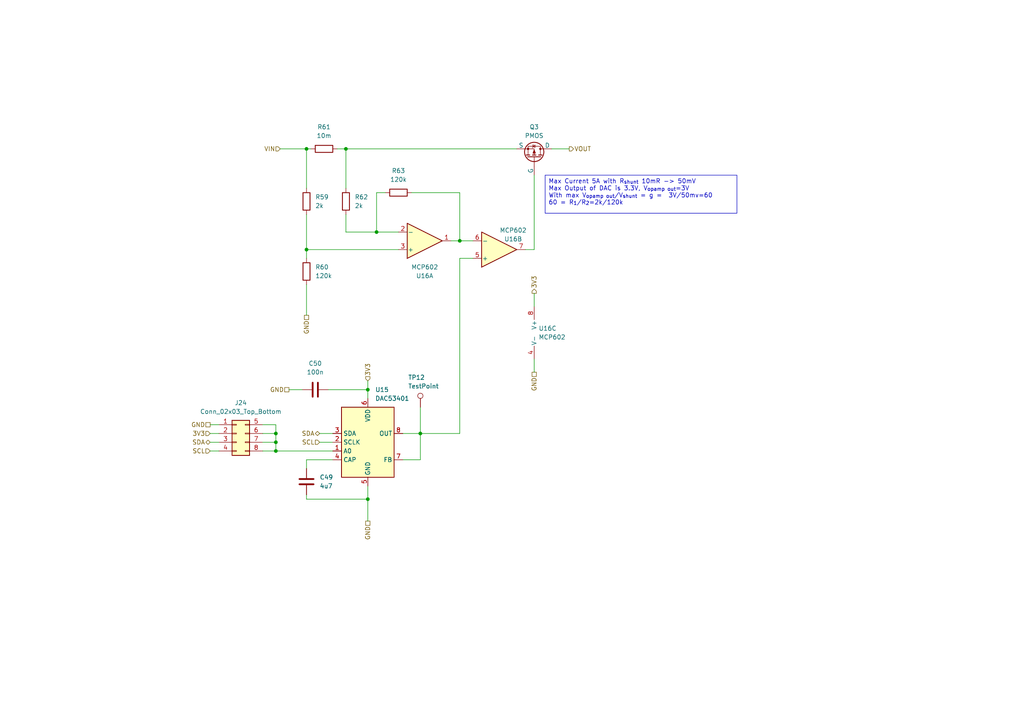
<source format=kicad_sch>
(kicad_sch (version 20250114) (generator "eeschema") (generator_version "9.0")
  (paper "A4")
  (lib_symbols
    (symbol "Amplifier_Operational:MCP602" (pin_names (offset 0.127))
      (property "Reference" "U" (at 0 5.08 0))
      (property "Value" "MCP602" (at 0 -5.08 0))
      (symbol "MCP602_1_1"
        (polyline (pts (xy -5.08 5.08) (xy 5.08 0) (xy -5.08 -5.08) (xy -5.08 5.08)) (stroke (width 0.254)) (fill (type background)))
        (pin input line (at -7.62 2.54 0) (length 2.54) (name "+") (number "3"))
        (pin input line (at -7.62 -2.54 0) (length 2.54) (name "-") (number "2"))
        (pin output line (at 7.62 0 180) (length 2.54) (name "~") (number "1"))
      )
      (symbol "MCP602_2_1"
        (polyline (pts (xy -5.08 5.08) (xy 5.08 0) (xy -5.08 -5.08) (xy -5.08 5.08)) (stroke (width 0.254)) (fill (type background)))
        (pin input line (at -7.62 2.54 0) (length 2.54) (name "+") (number "5"))
        (pin input line (at -7.62 -2.54 0) (length 2.54) (name "-") (number "6"))
        (pin output line (at 7.62 0 180) (length 2.54) (name "~") (number "7"))
      )
      (symbol "MCP602_3_1"
        (pin power_in line (at -2.54 7.62 270) (length 3.81) (name "V+") (number "8"))
        (pin power_in line (at -2.54 -7.62 90) (length 3.81) (name "V-") (number "4"))
      )
    )
    (symbol "Connector:TestPoint" (pin_numbers (hide yes)) (pin_names (offset 0.762) (hide yes))
      (property "Reference" "TP" (at 0 6.858 0))
      (property "Value" "TestPoint" (at 0 5.08 0))
      (symbol "TestPoint_0_1"
        (circle (center 0 3.302) (radius 0.762))
      )
      (symbol "TestPoint_1_1"
        (pin passive line (at 0 0 90) (length 2.54) (name "1") (number "1"))
      )
    )
    (symbol "Connector_Generic:Conn_02x04_Top_Bottom" (pin_names (offset 1.016) (hide yes))
      (property "Reference" "J" (at 1.27 5.08 0))
      (property "Value" "Conn_02x04_Top_Bottom" (at 1.27 -7.62 0))
      (symbol "Conn_02x04_Top_Bottom_1_1"
        (rectangle (start -1.27 3.81) (end 3.81 -6.35) (stroke (width 0.254)) (fill (type background)))
        (rectangle (start -1.27 2.667) (end 0 2.413) (stroke (width 0.1524)))
        (rectangle (start -1.27 0.127) (end 0 -0.127) (stroke (width 0.1524)))
        (rectangle (start -1.27 -2.413) (end 0 -2.667) (stroke (width 0.1524)))
        (rectangle (start -1.27 -4.953) (end 0 -5.207) (stroke (width 0.1524)))
        (rectangle (start 3.81 2.667) (end 2.54 2.413) (stroke (width 0.1524)))
        (rectangle (start 3.81 0.127) (end 2.54 -0.127) (stroke (width 0.1524)))
        (rectangle (start 3.81 -2.413) (end 2.54 -2.667) (stroke (width 0.1524)))
        (rectangle (start 3.81 -4.953) (end 2.54 -5.207) (stroke (width 0.1524)))
        (pin passive line (at -5.08 2.54 0) (length 3.81) (name "Pin_1") (number "1"))
        (pin passive line (at -5.08 0 0) (length 3.81) (name "Pin_2") (number "2"))
        (pin passive line (at -5.08 -2.54 0) (length 3.81) (name "Pin_3") (number "3"))
        (pin passive line (at -5.08 -5.08 0) (length 3.81) (name "Pin_4") (number "4"))
        (pin passive line (at 7.62 2.54 180) (length 3.81) (name "Pin_5") (number "5"))
        (pin passive line (at 7.62 0 180) (length 3.81) (name "Pin_6") (number "6"))
        (pin passive line (at 7.62 -2.54 180) (length 3.81) (name "Pin_7") (number "7"))
        (pin passive line (at 7.62 -5.08 180) (length 3.81) (name "Pin_8") (number "8"))
      )
    )
    (symbol "Device:C" (pin_numbers (hide yes)) (pin_names (offset 0.254))
      (property "Reference" "C" (at 0.635 2.54 0))
      (property "Value" "C" (at 0.635 -2.54 0))
      (symbol "C_0_1"
        (polyline (pts (xy -2.032 0.762) (xy 2.032 0.762)) (stroke (width 0.508)))
        (polyline (pts (xy -2.032 -0.762) (xy 2.032 -0.762)) (stroke (width 0.508)))
      )
      (symbol "C_1_1"
        (pin passive line (at 0 3.81 270) (length 2.794) (name "~") (number "1"))
        (pin passive line (at 0 -3.81 90) (length 2.794) (name "~") (number "2"))
      )
    )
    (symbol "Device:R" (pin_numbers (hide yes)) (pin_names (offset 0))
      (property "Reference" "R" (at 2.032 0 90))
      (property "Value" "R" (at 0 0 90))
      (symbol "R_0_1"
        (rectangle (start -1.016 -2.54) (end 1.016 2.54) (stroke (width 0.254)))
      )
      (symbol "R_1_1"
        (pin passive line (at 0 3.81 270) (length 1.27) (name "~") (number "1"))
        (pin passive line (at 0 -3.81 90) (length 1.27) (name "~") (number "2"))
      )
    )
    (symbol "Prj_DAC:DAC53401"
      (property "Reference" "U" (at -2.54 1.27 0))
      (property "Value" "DAC53401" (at -2.54 1.27 0))
      (symbol "DAC53401_0_1"
        (rectangle (start -7.62 0) (end 7.62 -20.32) (stroke (width 0.254)) (fill (type background)))
      )
      (symbol "DAC53401_1_1"
        (pin input line (at -10.16 -7.62 0) (length 2.54) (name "SDA") (number "3"))
        (pin input line (at -10.16 -10.16 0) (length 2.54) (name "SCLK") (number "2"))
        (pin input line (at -10.16 -12.7 0) (length 2.54) (name "A0") (number "1"))
        (pin power_in line (at -10.16 -15.24 0) (length 2.54) (name "CAP") (number "4"))
        (pin power_in line (at 0 2.54 270) (length 2.54) (name "VDD") (number "6"))
        (pin power_in line (at 0 -22.86 90) (length 2.54) (name "GND") (number "5"))
        (pin output line (at 10.16 -7.62 180) (length 2.54) (name "OUT") (number "8"))
        (pin input line (at 10.16 -15.24 180) (length 2.54) (name "FB") (number "7"))
      )
    )
    (symbol "Simulation_SPICE:PMOS" (pin_numbers (hide yes)) (pin_names (offset 0))
      (property "Reference" "Q" (at 5.08 1.27 0))
      (property "Value" "PMOS" (at 5.08 -1.27 0))
      (symbol "PMOS_0_1"
        (polyline (pts (xy 0.254 1.905) (xy 0.254 -1.905)) (stroke (width 0.254)))
        (polyline (pts (xy 0.254 0) (xy -2.54 0)))
        (polyline (pts (xy 0.762 2.286) (xy 0.762 1.27)) (stroke (width 0.254)))
        (polyline (pts (xy 0.762 1.778) (xy 3.302 1.778) (xy 3.302 -1.778) (xy 0.762 -1.778)))
        (polyline (pts (xy 0.762 0.508) (xy 0.762 -0.508)) (stroke (width 0.254)))
        (polyline (pts (xy 0.762 -1.27) (xy 0.762 -2.286)) (stroke (width 0.254)))
        (circle (center 1.651 0) (radius 2.794) (stroke (width 0.254)))
        (polyline (pts (xy 2.286 0) (xy 1.27 0.381) (xy 1.27 -0.381) (xy 2.286 0)) (fill (type outline)))
        (polyline (pts (xy 2.54 2.54) (xy 2.54 1.778)))
        (circle (center 2.54 1.778) (radius 0.254) (fill (type outline)))
        (circle (center 2.54 -1.778) (radius 0.254) (fill (type outline)))
        (polyline (pts (xy 2.54 -2.54) (xy 2.54 0) (xy 0.762 0)))
        (polyline (pts (xy 2.794 -0.508) (xy 2.921 -0.381) (xy 3.683 -0.381) (xy 3.81 -0.254)))
        (polyline (pts (xy 3.302 -0.381) (xy 2.921 0.254) (xy 3.683 0.254) (xy 3.302 -0.381)))
      )
      (symbol "PMOS_1_1"
        (pin input line (at -5.08 0 0) (length 2.54) (name "G") (number "2"))
        (pin passive line (at 2.54 5.08 270) (length 2.54) (name "D") (number "1"))
        (pin passive line (at 2.54 -5.08 90) (length 2.54) (name "S") (number "3"))
      )
    )
  )
  (text_box "Max Current 5A with R_{shunt} 10mR -> 50mV \nMax Output of DAC is 3.3V, V_{opamp out}=3V\nWith max V_{opamp out}/V_{shunt} = g =  3V/50mv=60\n60 = R_{1}/R_{2}=2k/120k\n" (at 158.115 50.8 0) (size 55.626 11.049) (margins 0.9525 0.9525 0.9525 0.9525) (effects (font (size 1.27 1.27)) (justify left top)))
  (junction (at 121.92 125.73))
  (junction (at 106.68 113.03))
  (junction (at 100.33 43.18))
  (junction (at 133.35 69.85))
  (junction (at 109.22 67.31))
  (junction (at 88.9 72.39))
  (junction (at 106.68 144.78))
  (junction (at 80.01 128.27))
  (junction (at 80.01 125.73))
  (junction (at 80.01 130.81))
  (junction (at 88.9 43.18))
  (wire (pts (xy 83.82 113.03) (xy 87.63 113.03)))
  (wire (pts (xy 80.01 128.27) (xy 80.01 130.81)))
  (wire (pts (xy 88.9 82.55) (xy 88.9 91.44)))
  (wire (pts (xy 88.9 62.23) (xy 88.9 72.39)))
  (wire (pts (xy 121.92 133.35) (xy 121.92 125.73)))
  (wire (pts (xy 130.81 69.85) (xy 133.35 69.85)))
  (wire (pts (xy 88.9 135.89) (xy 88.9 133.35)))
  (wire (pts (xy 121.92 118.11) (xy 121.92 125.73)))
  (wire (pts (xy 133.35 69.85) (xy 137.16 69.85)))
  (wire (pts (xy 76.2 130.81) (xy 80.01 130.81)))
  (wire (pts (xy 88.9 43.18) (xy 90.17 43.18)))
  (wire (pts (xy 100.33 43.18) (xy 149.86 43.18)))
  (wire (pts (xy 81.28 43.18) (xy 88.9 43.18)))
  (wire (pts (xy 88.9 133.35) (xy 96.52 133.35)))
  (wire (pts (xy 80.01 123.19) (xy 80.01 125.73)))
  (wire (pts (xy 160.02 43.18) (xy 165.1 43.18)))
  (wire (pts (xy 133.35 55.88) (xy 133.35 69.85)))
  (wire (pts (xy 92.71 125.73) (xy 96.52 125.73)))
  (wire (pts (xy 111.76 55.88) (xy 109.22 55.88)))
  (wire (pts (xy 109.22 67.31) (xy 115.57 67.31)))
  (wire (pts (xy 76.2 125.73) (xy 80.01 125.73)))
  (wire (pts (xy 60.96 128.27) (xy 63.5 128.27)))
  (wire (pts (xy 76.2 128.27) (xy 80.01 128.27)))
  (wire (pts (xy 95.25 113.03) (xy 106.68 113.03)))
  (wire (pts (xy 60.96 125.73) (xy 63.5 125.73)))
  (wire (pts (xy 106.68 113.03) (xy 106.68 115.57)))
  (wire (pts (xy 80.01 130.81) (xy 96.52 130.81)))
  (wire (pts (xy 116.84 125.73) (xy 121.92 125.73)))
  (wire (pts (xy 60.96 130.81) (xy 63.5 130.81)))
  (wire (pts (xy 88.9 72.39) (xy 88.9 74.93)))
  (wire (pts (xy 88.9 43.18) (xy 88.9 54.61)))
  (wire (pts (xy 154.94 85.09) (xy 154.94 88.9)))
  (wire (pts (xy 80.01 125.73) (xy 80.01 128.27)))
  (wire (pts (xy 119.38 55.88) (xy 133.35 55.88)))
  (wire (pts (xy 100.33 67.31) (xy 109.22 67.31)))
  (wire (pts (xy 60.96 123.19) (xy 63.5 123.19)))
  (wire (pts (xy 109.22 55.88) (xy 109.22 67.31)))
  (wire (pts (xy 133.35 125.73) (xy 133.35 74.93)))
  (wire (pts (xy 133.35 74.93) (xy 137.16 74.93)))
  (wire (pts (xy 121.92 125.73) (xy 133.35 125.73)))
  (wire (pts (xy 154.94 72.39) (xy 154.94 50.8)))
  (wire (pts (xy 106.68 144.78) (xy 106.68 151.13)))
  (wire (pts (xy 76.2 123.19) (xy 80.01 123.19)))
  (wire (pts (xy 154.94 104.14) (xy 154.94 107.95)))
  (wire (pts (xy 106.68 140.97) (xy 106.68 144.78)))
  (wire (pts (xy 100.33 43.18) (xy 100.33 54.61)))
  (wire (pts (xy 115.57 72.39) (xy 88.9 72.39)))
  (wire (pts (xy 88.9 143.51) (xy 88.9 144.78)))
  (wire (pts (xy 106.68 110.49) (xy 106.68 113.03)))
  (wire (pts (xy 152.4 72.39) (xy 154.94 72.39)))
  (wire (pts (xy 97.79 43.18) (xy 100.33 43.18)))
  (wire (pts (xy 116.84 133.35) (xy 121.92 133.35)))
  (wire (pts (xy 88.9 144.78) (xy 106.68 144.78)))
  (wire (pts (xy 100.33 62.23) (xy 100.33 67.31)))
  (wire (pts (xy 92.71 128.27) (xy 96.52 128.27)))
  (hierarchical_label "SDA" (shape bidirectional) (at 60.96 128.27 180))
  (hierarchical_label "SCL" (shape input) (at 92.71 128.27 180))
  (hierarchical_label "SDA" (shape bidirectional) (at 92.71 125.73 180))
  (hierarchical_label "3V3" (shape output) (at 154.94 85.09 90))
  (hierarchical_label "SCL" (shape input) (at 60.96 130.81 180))
  (hierarchical_label "3V3" (shape input) (at 106.68 110.49 90))
  (hierarchical_label "VOUT" (shape output) (at 165.1 43.18 0))
  (hierarchical_label "GND" (shape passive) (at 106.68 151.13 270))
  (hierarchical_label "GND" (shape passive) (at 88.9 91.44 270))
  (hierarchical_label "VIN" (shape input) (at 81.28 43.18 180))
  (hierarchical_label "GND" (shape passive) (at 60.96 123.19 180))
  (hierarchical_label "3V3" (shape input) (at 60.96 125.73 180))
  (hierarchical_label "GND" (shape passive) (at 83.82 113.03 180))
  (hierarchical_label "GND" (shape passive) (at 154.94 107.95 270))
  (symbol (lib_id "Prj_DAC:DAC53401") (at 106.68 118.11 0) (unit 1)
    (property "Reference" "U15" (at 108.8233 113.03 0) (effects (justify left)))
    (property "Value" "DAC53401" (at 108.8233 115.57 0) (effects (justify left)))
    (property "Footprint" "Package_SON:WSON-8-1EP_2x2mm_P0.5mm_EP0.9x1.6mm" (effects (hide yes)))
  )
  (symbol (lib_id "Amplifier_Operational:MCP602") (at 123.19 69.85 0) (mirror x) (unit 1)
    (property "Reference" "U16" (at 123.19 80.01 0))
    (property "Value" "MCP602" (at 123.19 77.47 0))
    (property "Datasheet" "http://ww1.microchip.com/downloads/en/DeviceDoc/21314g.pdf" (effects (hide yes)))
    (property "Description" "Dual 2.7V to 6.0V Single Supply CMOS Op Amps, DIP-8/SOIC-8/TSSOP-8" (effects (hide yes)))
  )
  (symbol (lib_id "Connector:TestPoint") (at 121.92 118.11 0) (unit 1)
    (property "Reference" "TP12" (at 118.364 109.474 0) (effects (justify left)))
    (property "Value" "TestPoint" (at 118.364 112.014 0) (effects (justify left)))
    (property "Description" "test point" (effects (hide yes)))
  )
  (symbol (lib_id "Simulation_SPICE:PMOS") (at 154.94 45.72 270) (mirror x) (unit 1)
    (property "Reference" "Q3" (at 154.94 36.83 90))
    (property "Value" "PMOS" (at 154.94 39.37 90))
    (property "Datasheet" "https://ngspice.sourceforge.io/docs/ngspice-html-manual/manual.xhtml#cha_MOSFETs" (effects (hide yes)))
    (property "Description" "P-MOSFET transistor, drain/source/gate" (effects (hide yes)))
    (property "Sim.Device" "PMOS" (effects (hide yes)))
    (property "Sim.Type" "VDMOS" (effects (hide yes)))
    (property "Sim.Pins" "1=D 2=G 3=S" (effects (hide yes)))
  )
  (symbol (lib_id "Device:C") (at 91.44 113.03 270) (unit 1)
    (property "Reference" "C50" (at 91.44 105.41 90))
    (property "Value" "100n" (at 91.44 107.95 90))
    (property "Description" "Unpolarized capacitor" (effects (hide yes)))
  )
  (symbol (lib_id "Connector_Generic:Conn_02x04_Top_Bottom") (at 68.58 125.73 0) (unit 1)
    (property "Reference" "J24" (at 69.85 116.84 0))
    (property "Value" "Conn_02x03_Top_Bottom" (at 69.85 119.38 0))
    (property "Description" "Generic connector, double row, 02x04, top/bottom pin numbering scheme (row 1: 1...pins_per_row, row2: pins_per_row+1 ... num_pins), script generated (kicad-library-utils/schlib/autogen/connector/)" (effects (hide yes)))
  )
  (symbol (lib_id "Amplifier_Operational:MCP602") (at 144.78 72.39 0) (mirror x) (unit 2)
    (property "Reference" "U16" (at 148.844 69.342 0))
    (property "Value" "MCP602" (at 148.844 66.802 0))
    (property "Datasheet" "http://ww1.microchip.com/downloads/en/DeviceDoc/21314g.pdf" (effects (hide yes)))
    (property "Description" "Dual 2.7V to 6.0V Single Supply CMOS Op Amps, DIP-8/SOIC-8/TSSOP-8" (effects (hide yes)))
  )
  (symbol (lib_id "Device:C") (at 88.9 139.7 0) (unit 1)
    (property "Reference" "C49" (at 92.71 138.4299 0) (effects (justify left)))
    (property "Value" "4u7" (at 92.71 140.9699 0) (effects (justify left)))
    (property "Description" "Unpolarized capacitor" (effects (hide yes)))
  )
  (symbol (lib_id "Device:R") (at 100.33 58.42 0) (unit 1)
    (property "Reference" "R62" (at 102.87 57.1499 0) (effects (justify left)))
    (property "Value" "2k" (at 102.87 59.6899 0) (effects (justify left)))
    (property "Description" "Resistor" (effects (hide yes)))
  )
  (symbol (lib_id "Device:R") (at 88.9 78.74 180) (unit 1)
    (property "Reference" "R60" (at 91.44 77.4699 0) (effects (justify right)))
    (property "Value" "120k" (at 91.44 80.0099 0) (effects (justify right)))
    (property "Description" "Resistor" (effects (hide yes)))
  )
  (symbol (lib_id "Device:R") (at 93.98 43.18 90) (unit 1)
    (property "Reference" "R61" (at 93.98 36.83 90))
    (property "Value" "10m" (at 93.98 39.37 90))
    (property "Description" "Resistor" (effects (hide yes)))
  )
  (symbol (lib_id "Device:R") (at 115.57 55.88 90) (unit 1)
    (property "Reference" "R63" (at 115.57 49.53 90))
    (property "Value" "120k" (at 115.57 52.07 90))
    (property "Description" "Resistor" (effects (hide yes)))
  )
  (symbol (lib_id "Amplifier_Operational:MCP602") (at 157.48 96.52 0) (unit 3)
    (property "Reference" "U16" (at 156.21 95.2499 0) (effects (justify left)))
    (property "Value" "MCP602" (at 156.21 97.7899 0) (effects (justify left)))
    (property "Datasheet" "http://ww1.microchip.com/downloads/en/DeviceDoc/21314g.pdf" (effects (hide yes)))
    (property "Description" "Dual 2.7V to 6.0V Single Supply CMOS Op Amps, DIP-8/SOIC-8/TSSOP-8" (effects (hide yes)))
  )
  (symbol (lib_id "Device:R") (at 88.9 58.42 0) (unit 1)
    (property "Reference" "R59" (at 91.44 57.1499 0) (effects (justify left)))
    (property "Value" "2k" (at 91.44 59.6899 0) (effects (justify left)))
    (property "Description" "Resistor" (effects (hide yes)))
  )
)
</source>
